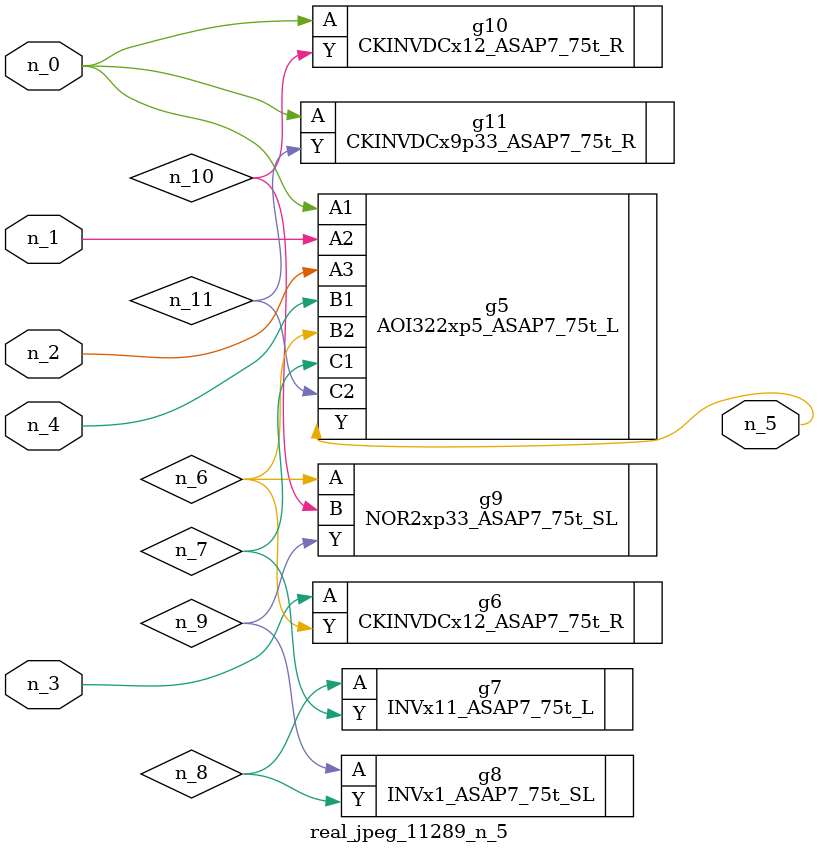
<source format=v>
module real_jpeg_11289_n_5 (n_4, n_0, n_1, n_2, n_3, n_5);

input n_4;
input n_0;
input n_1;
input n_2;
input n_3;

output n_5;

wire n_8;
wire n_11;
wire n_6;
wire n_7;
wire n_10;
wire n_9;

AOI322xp5_ASAP7_75t_L g5 ( 
.A1(n_0),
.A2(n_1),
.A3(n_2),
.B1(n_4),
.B2(n_6),
.C1(n_7),
.C2(n_11),
.Y(n_5)
);

CKINVDCx12_ASAP7_75t_R g10 ( 
.A(n_0),
.Y(n_10)
);

CKINVDCx9p33_ASAP7_75t_R g11 ( 
.A(n_0),
.Y(n_11)
);

CKINVDCx12_ASAP7_75t_R g6 ( 
.A(n_3),
.Y(n_6)
);

NOR2xp33_ASAP7_75t_SL g9 ( 
.A(n_6),
.B(n_10),
.Y(n_9)
);

INVx11_ASAP7_75t_L g7 ( 
.A(n_8),
.Y(n_7)
);

INVx1_ASAP7_75t_SL g8 ( 
.A(n_9),
.Y(n_8)
);


endmodule
</source>
